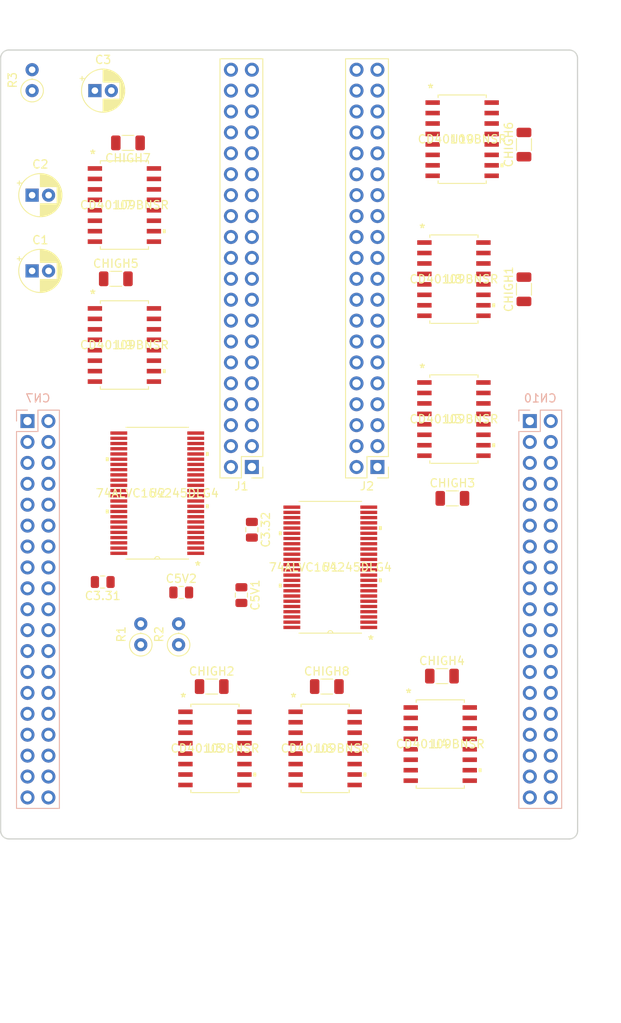
<source format=kicad_pcb>
(kicad_pcb (version 20171130) (host pcbnew 5.99.0+really5.1.10+dfsg1-1)
  (layers (0 F.Cu signal) (1 In1.Cu signal) (2 In2.Cu signal) (31 B.Cu signal) (35 F.Paste user) (37 F.SilkS user) (39 F.Mask user) (44 Edge.Cuts user))
  (net 0 "")
  (net 1 /PC0)
  (net 2 /PC3)
  (net 3 /PC1)
  (net 4 /PC2)
  (net 5 /PA4)
  (net 6 /PA1)
  (net 7 /PA0)
  (net 8 /NC)
  (net 9 /PA15)
  (net 10 /PA14)
  (net 11 /PA13)
  (net 12 /PC10)
  (net 13 /PA3)
  (net 14 /PA2)
  (net 15 /PC4)
  (net 16 /PA10)
  (net 17 /PB5)
  (net 18 /PB10)
  (net 19 /PA8)
  (net 20 /PA9)
  (net 21 /PC7)
  (net 22 /PB6)
  (net 23 /PA7)
  (net 24 /PA11)
  (net 25 /PA6)
  (net 26 /PA12)
  (net 27 /PA5)
  (net 28 /PC5)
  (net 29 /PB9)
  (net 30 /PC6)
  (net 31 /PB8)
  (net 32 /PC8)
  (net 33 /PC9)
  (net 34 GND)
  (net 35 +3V3)
  (net 36 /PA7_5V)
  (net 37 /PA6_5V)
  (net 38 /PB9_5V)
  (net 39 /PB8_5V)
  (net 40 /PC7_5V)
  (net 41 /PA0_5V)
  (net 42 /PB5_5V)
  (net 43 /PB10_5V)
  (net 44 /PULLUP)
  (net 45 /PULLDOWN)
  (net 46 /PA8_5V)
  (net 47 /PA5_5V)
  (net 48 /PA4_5V)
  (net 49 /PA3_5V)
  (net 50 /PA2_5V)
  (net 51 /PA1_5V)
  (net 52 /PB6_5V)
  (net 53 /PA10_5V)
  (net 54 +5V)
  (net 55 +15V)
  (net 56 /PC10_5V)
  (net 57 /PC9_5V)
  (net 58 /PC8_5V)
  (net 59 /PC6_5V)
  (net 60 /PC5_5V)
  (net 61 /PC4_5V)
  (net 62 /PC3_5V)
  (net 63 /PC2_5V)
  (net 64 /PC1_5V)
  (net 65 /PC0_5V)
  (net 66 /PA15_5V)
  (net 67 /PA14_5V)
  (net 68 /PA13_5V)
  (net 69 /PA12_5V)
  (net 70 /PA11_5V)
  (net 71 /PA9_5V)
  (net 72 /PC10_HIGH)
  (net 73 /PC9_HIGH)
  (net 74 /PC8_HIGH)
  (net 75 /PC6_HIGH)
  (net 76 /PC5_HIGH)
  (net 77 /PC4_HIGH)
  (net 78 /PC3_HIGH)
  (net 79 /PC2_HIGH)
  (net 80 /PC1_HIGH)
  (net 81 /PC0_HIGH)
  (net 82 /PA15_HIGH)
  (net 83 /PA14_HIGH)
  (net 84 /PA13_HIGH)
  (net 85 /PA12_HIGH)
  (net 86 /PA11_HIGH)
  (net 87 /PA9_HIGH)
  (net 88 /PA8_HIGH)
  (net 89 /PA5_HIGH)
  (net 90 /PA4_HIGH)
  (net 91 /PA3_HIGH)
  (net 92 /PA2_HIGH)
  (net 93 /PA1_HIGH)
  (net 94 /PA7_HIGH)
  (net 95 /PA6_HIGH)
  (net 96 /PB9_HIGH)
  (net 97 /PB8_HIGH)
  (net 98 /PC7_HIGH)
  (net 99 /PA0_HIGH)
  (net 100 /PB6_HIGH)
  (net 101 /PB5_HIGH)
  (net 102 /PB10_HIGH)
  (net 103 /PA10_HIGH)
  (net 104 /PULLUP_HIGH)
  (module CD40109BNSR:CD40109BNSR (layer F.Cu) (at 186 37)
    (fp_text reference U10 (at 0 0) (layer F.SilkS))
    (fp_text value CD40109BNSR (at 0 0) (layer F.SilkS))
    (fp_text user * (at -3.8354 -6.146) (layer F.SilkS))
    (fp_text user * (at -3.8354 -6.146) (layer F.SilkS))
    (pad 16 smd rect (at 3.5814 -4.445) (size 1.741399 0.558) (layers F.Cu F.Paste F.Mask) (net 55 +15V))
    (pad 15 smd rect (at 3.5814 -3.175) (size 1.741399 0.558) (layers F.Cu F.Paste F.Mask) (net 104 /PULLUP_HIGH))
    (pad 14 smd rect (at 3.5814 -1.905) (size 1.741399 0.558) (layers F.Cu F.Paste F.Mask) (net 12 /PC10))
    (pad 13 smd rect (at 3.5814 -0.635) (size 1.741399 0.558) (layers F.Cu F.Paste F.Mask) (net 72 /PC10_HIGH))
    (pad 12 smd rect (at 3.5814 0.635) (size 1.741399 0.558) (layers F.Cu F.Paste F.Mask))
    (pad 11 smd rect (at 3.5814 1.905) (size 1.741399 0.558) (layers F.Cu F.Paste F.Mask) (net 73 /PC9_HIGH))
    (pad 10 smd rect (at 3.5814 3.175) (size 1.741399 0.558) (layers F.Cu F.Paste F.Mask) (net 33 /PC9))
    (pad 9 smd rect (at 3.5814 4.445) (size 1.741399 0.558) (layers F.Cu F.Paste F.Mask) (net 104 /PULLUP_HIGH))
    (pad 8 smd rect (at -3.5814 4.445) (size 1.741399 0.558) (layers F.Cu F.Paste F.Mask) (net 34 GND))
    (pad 7 smd rect (at -3.5814 3.175) (size 1.741399 0.558) (layers F.Cu F.Paste F.Mask) (net 104 /PULLUP_HIGH))
    (pad 6 smd rect (at -3.5814 1.905) (size 1.741399 0.558) (layers F.Cu F.Paste F.Mask) (net 32 /PC8))
    (pad 5 smd rect (at -3.5814 0.635) (size 1.741399 0.558) (layers F.Cu F.Paste F.Mask) (net 74 /PC8_HIGH))
    (pad 4 smd rect (at -3.5814 -0.635) (size 1.741399 0.558) (layers F.Cu F.Paste F.Mask) (net 75 /PC6_HIGH))
    (pad 3 smd rect (at -3.5814 -1.905) (size 1.741399 0.558) (layers F.Cu F.Paste F.Mask) (net 30 /PC6))
    (pad 2 smd rect (at -3.5814 -3.175) (size 1.741399 0.558) (layers F.Cu F.Paste F.Mask) (net 104 /PULLUP_HIGH))
    (pad 1 smd rect (at -3.5814 -4.445) (size 1.741399 0.558) (layers F.Cu F.Paste F.Mask) (net 35 +3V3))
  )
  (module CD40109BNSR:CD40109BNSR (layer F.Cu) (at 145.0114 62)
    (fp_text reference U9 (at 0 0) (layer F.SilkS))
    (fp_text value CD40109BNSR (at 0 0) (layer F.SilkS))
    (fp_text user * (at -3.8354 -6.146) (layer F.SilkS))
    (fp_text user * (at -3.8354 -6.146) (layer F.SilkS))
    (pad 16 smd rect (at 3.5814 -4.445) (size 1.741399 0.558) (layers F.Cu F.Paste F.Mask) (net 55 +15V))
    (pad 15 smd rect (at 3.5814 -3.175) (size 1.741399 0.558) (layers F.Cu F.Paste F.Mask) (net 104 /PULLUP_HIGH))
    (pad 14 smd rect (at 3.5814 -1.905) (size 1.741399 0.558) (layers F.Cu F.Paste F.Mask) (net 28 /PC5))
    (pad 13 smd rect (at 3.5814 -0.635) (size 1.741399 0.558) (layers F.Cu F.Paste F.Mask) (net 76 /PC5_HIGH))
    (pad 12 smd rect (at 3.5814 0.635) (size 1.741399 0.558) (layers F.Cu F.Paste F.Mask))
    (pad 11 smd rect (at 3.5814 1.905) (size 1.741399 0.558) (layers F.Cu F.Paste F.Mask) (net 77 /PC4_HIGH))
    (pad 10 smd rect (at 3.5814 3.175) (size 1.741399 0.558) (layers F.Cu F.Paste F.Mask) (net 15 /PC4))
    (pad 9 smd rect (at 3.5814 4.445) (size 1.741399 0.558) (layers F.Cu F.Paste F.Mask) (net 104 /PULLUP_HIGH))
    (pad 8 smd rect (at -3.5814 4.445) (size 1.741399 0.558) (layers F.Cu F.Paste F.Mask) (net 34 GND))
    (pad 7 smd rect (at -3.5814 3.175) (size 1.741399 0.558) (layers F.Cu F.Paste F.Mask) (net 104 /PULLUP_HIGH))
    (pad 6 smd rect (at -3.5814 1.905) (size 1.741399 0.558) (layers F.Cu F.Paste F.Mask) (net 2 /PC3))
    (pad 5 smd rect (at -3.5814 0.635) (size 1.741399 0.558) (layers F.Cu F.Paste F.Mask) (net 78 /PC3_HIGH))
    (pad 4 smd rect (at -3.5814 -0.635) (size 1.741399 0.558) (layers F.Cu F.Paste F.Mask) (net 79 /PC2_HIGH))
    (pad 3 smd rect (at -3.5814 -1.905) (size 1.741399 0.558) (layers F.Cu F.Paste F.Mask) (net 4 /PC2))
    (pad 2 smd rect (at -3.5814 -3.175) (size 1.741399 0.558) (layers F.Cu F.Paste F.Mask) (net 104 /PULLUP_HIGH))
    (pad 1 smd rect (at -3.5814 -4.445) (size 1.741399 0.558) (layers F.Cu F.Paste F.Mask) (net 35 +3V3))
  )
  (module CD40109BNSR:CD40109BNSR (layer F.Cu) (at 185 54)
    (fp_text reference U8 (at 0 0) (layer F.SilkS))
    (fp_text value CD40109BNSR (at 0 0) (layer F.SilkS))
    (fp_text user * (at -3.8354 -6.146) (layer F.SilkS))
    (fp_text user * (at -3.8354 -6.146) (layer F.SilkS))
    (pad 16 smd rect (at 3.5814 -4.445) (size 1.741399 0.558) (layers F.Cu F.Paste F.Mask) (net 55 +15V))
    (pad 15 smd rect (at 3.5814 -3.175) (size 1.741399 0.558) (layers F.Cu F.Paste F.Mask) (net 104 /PULLUP_HIGH))
    (pad 14 smd rect (at 3.5814 -1.905) (size 1.741399 0.558) (layers F.Cu F.Paste F.Mask) (net 3 /PC1))
    (pad 13 smd rect (at 3.5814 -0.635) (size 1.741399 0.558) (layers F.Cu F.Paste F.Mask) (net 80 /PC1_HIGH))
    (pad 12 smd rect (at 3.5814 0.635) (size 1.741399 0.558) (layers F.Cu F.Paste F.Mask))
    (pad 11 smd rect (at 3.5814 1.905) (size 1.741399 0.558) (layers F.Cu F.Paste F.Mask) (net 81 /PC0_HIGH))
    (pad 10 smd rect (at 3.5814 3.175) (size 1.741399 0.558) (layers F.Cu F.Paste F.Mask) (net 1 /PC0))
    (pad 9 smd rect (at 3.5814 4.445) (size 1.741399 0.558) (layers F.Cu F.Paste F.Mask) (net 104 /PULLUP_HIGH))
    (pad 8 smd rect (at -3.5814 4.445) (size 1.741399 0.558) (layers F.Cu F.Paste F.Mask) (net 34 GND))
    (pad 7 smd rect (at -3.5814 3.175) (size 1.741399 0.558) (layers F.Cu F.Paste F.Mask) (net 104 /PULLUP_HIGH))
    (pad 6 smd rect (at -3.5814 1.905) (size 1.741399 0.558) (layers F.Cu F.Paste F.Mask) (net 9 /PA15))
    (pad 5 smd rect (at -3.5814 0.635) (size 1.741399 0.558) (layers F.Cu F.Paste F.Mask) (net 82 /PA15_HIGH))
    (pad 4 smd rect (at -3.5814 -0.635) (size 1.741399 0.558) (layers F.Cu F.Paste F.Mask) (net 83 /PA14_HIGH))
    (pad 3 smd rect (at -3.5814 -1.905) (size 1.741399 0.558) (layers F.Cu F.Paste F.Mask) (net 10 /PA14))
    (pad 2 smd rect (at -3.5814 -3.175) (size 1.741399 0.558) (layers F.Cu F.Paste F.Mask) (net 104 /PULLUP_HIGH))
    (pad 1 smd rect (at -3.5814 -4.445) (size 1.741399 0.558) (layers F.Cu F.Paste F.Mask) (net 35 +3V3))
  )
  (module CD40109BNSR:CD40109BNSR (layer F.Cu) (at 145.0114 45)
    (fp_text reference U7 (at 0 0) (layer F.SilkS))
    (fp_text value CD40109BNSR (at 0 0) (layer F.SilkS))
    (fp_text user * (at -3.8354 -6.146) (layer F.SilkS))
    (fp_text user * (at -3.8354 -6.146) (layer F.SilkS))
    (pad 16 smd rect (at 3.5814 -4.445) (size 1.741399 0.558) (layers F.Cu F.Paste F.Mask) (net 55 +15V))
    (pad 15 smd rect (at 3.5814 -3.175) (size 1.741399 0.558) (layers F.Cu F.Paste F.Mask) (net 104 /PULLUP_HIGH))
    (pad 14 smd rect (at 3.5814 -1.905) (size 1.741399 0.558) (layers F.Cu F.Paste F.Mask) (net 11 /PA13))
    (pad 13 smd rect (at 3.5814 -0.635) (size 1.741399 0.558) (layers F.Cu F.Paste F.Mask) (net 84 /PA13_HIGH))
    (pad 12 smd rect (at 3.5814 0.635) (size 1.741399 0.558) (layers F.Cu F.Paste F.Mask))
    (pad 11 smd rect (at 3.5814 1.905) (size 1.741399 0.558) (layers F.Cu F.Paste F.Mask) (net 85 /PA12_HIGH))
    (pad 10 smd rect (at 3.5814 3.175) (size 1.741399 0.558) (layers F.Cu F.Paste F.Mask) (net 26 /PA12))
    (pad 9 smd rect (at 3.5814 4.445) (size 1.741399 0.558) (layers F.Cu F.Paste F.Mask) (net 104 /PULLUP_HIGH))
    (pad 8 smd rect (at -3.5814 4.445) (size 1.741399 0.558) (layers F.Cu F.Paste F.Mask) (net 34 GND))
    (pad 7 smd rect (at -3.5814 3.175) (size 1.741399 0.558) (layers F.Cu F.Paste F.Mask) (net 104 /PULLUP_HIGH))
    (pad 6 smd rect (at -3.5814 1.905) (size 1.741399 0.558) (layers F.Cu F.Paste F.Mask) (net 24 /PA11))
    (pad 5 smd rect (at -3.5814 0.635) (size 1.741399 0.558) (layers F.Cu F.Paste F.Mask) (net 86 /PA11_HIGH))
    (pad 4 smd rect (at -3.5814 -0.635) (size 1.741399 0.558) (layers F.Cu F.Paste F.Mask) (net 87 /PA9_HIGH))
    (pad 3 smd rect (at -3.5814 -1.905) (size 1.741399 0.558) (layers F.Cu F.Paste F.Mask) (net 20 /PA9))
    (pad 2 smd rect (at -3.5814 -3.175) (size 1.741399 0.558) (layers F.Cu F.Paste F.Mask) (net 104 /PULLUP_HIGH))
    (pad 1 smd rect (at -3.5814 -4.445) (size 1.741399 0.558) (layers F.Cu F.Paste F.Mask) (net 35 +3V3))
  )
  (module CD40109BNSR:CD40109BNSR (layer F.Cu) (at 169.37 111)
    (fp_text reference U6 (at 0 0) (layer F.SilkS))
    (fp_text value CD40109BNSR (at 0 0) (layer F.SilkS))
    (fp_text user * (at -3.8354 -6.146) (layer F.SilkS))
    (fp_text user * (at -3.8354 -6.146) (layer F.SilkS))
    (pad 16 smd rect (at 3.5814 -4.445) (size 1.741399 0.558) (layers F.Cu F.Paste F.Mask) (net 55 +15V))
    (pad 15 smd rect (at 3.5814 -3.175) (size 1.741399 0.558) (layers F.Cu F.Paste F.Mask) (net 104 /PULLUP_HIGH))
    (pad 14 smd rect (at 3.5814 -1.905) (size 1.741399 0.558) (layers F.Cu F.Paste F.Mask) (net 19 /PA8))
    (pad 13 smd rect (at 3.5814 -0.635) (size 1.741399 0.558) (layers F.Cu F.Paste F.Mask) (net 88 /PA8_HIGH))
    (pad 12 smd rect (at 3.5814 0.635) (size 1.741399 0.558) (layers F.Cu F.Paste F.Mask))
    (pad 11 smd rect (at 3.5814 1.905) (size 1.741399 0.558) (layers F.Cu F.Paste F.Mask) (net 89 /PA5_HIGH))
    (pad 10 smd rect (at 3.5814 3.175) (size 1.741399 0.558) (layers F.Cu F.Paste F.Mask) (net 27 /PA5))
    (pad 9 smd rect (at 3.5814 4.445) (size 1.741399 0.558) (layers F.Cu F.Paste F.Mask) (net 104 /PULLUP_HIGH))
    (pad 8 smd rect (at -3.5814 4.445) (size 1.741399 0.558) (layers F.Cu F.Paste F.Mask) (net 34 GND))
    (pad 7 smd rect (at -3.5814 3.175) (size 1.741399 0.558) (layers F.Cu F.Paste F.Mask) (net 104 /PULLUP_HIGH))
    (pad 6 smd rect (at -3.5814 1.905) (size 1.741399 0.558) (layers F.Cu F.Paste F.Mask) (net 5 /PA4))
    (pad 5 smd rect (at -3.5814 0.635) (size 1.741399 0.558) (layers F.Cu F.Paste F.Mask) (net 90 /PA4_HIGH))
    (pad 4 smd rect (at -3.5814 -0.635) (size 1.741399 0.558) (layers F.Cu F.Paste F.Mask) (net 91 /PA3_HIGH))
    (pad 3 smd rect (at -3.5814 -1.905) (size 1.741399 0.558) (layers F.Cu F.Paste F.Mask) (net 13 /PA3))
    (pad 2 smd rect (at -3.5814 -3.175) (size 1.741399 0.558) (layers F.Cu F.Paste F.Mask) (net 104 /PULLUP_HIGH))
    (pad 1 smd rect (at -3.5814 -4.445) (size 1.741399 0.558) (layers F.Cu F.Paste F.Mask) (net 35 +3V3))
  )
  (module CD40109BNSR:CD40109BNSR (layer F.Cu) (at 156 111)
    (fp_text reference U5 (at 0 0) (layer F.SilkS))
    (fp_text value CD40109BNSR (at 0 0) (layer F.SilkS))
    (fp_text user * (at -3.8354 -6.146) (layer F.SilkS))
    (fp_text user * (at -3.8354 -6.146) (layer F.SilkS))
    (pad 16 smd rect (at 3.5814 -4.445) (size 1.741399 0.558) (layers F.Cu F.Paste F.Mask) (net 55 +15V))
    (pad 15 smd rect (at 3.5814 -3.175) (size 1.741399 0.558) (layers F.Cu F.Paste F.Mask) (net 104 /PULLUP_HIGH))
    (pad 14 smd rect (at 3.5814 -1.905) (size 1.741399 0.558) (layers F.Cu F.Paste F.Mask) (net 14 /PA2))
    (pad 13 smd rect (at 3.5814 -0.635) (size 1.741399 0.558) (layers F.Cu F.Paste F.Mask) (net 92 /PA2_HIGH))
    (pad 12 smd rect (at 3.5814 0.635) (size 1.741399 0.558) (layers F.Cu F.Paste F.Mask))
    (pad 11 smd rect (at 3.5814 1.905) (size 1.741399 0.558) (layers F.Cu F.Paste F.Mask) (net 93 /PA1_HIGH))
    (pad 10 smd rect (at 3.5814 3.175) (size 1.741399 0.558) (layers F.Cu F.Paste F.Mask) (net 6 /PA1))
    (pad 9 smd rect (at 3.5814 4.445) (size 1.741399 0.558) (layers F.Cu F.Paste F.Mask) (net 104 /PULLUP_HIGH))
    (pad 8 smd rect (at -3.5814 4.445) (size 1.741399 0.558) (layers F.Cu F.Paste F.Mask) (net 34 GND))
    (pad 7 smd rect (at -3.5814 3.175) (size 1.741399 0.558) (layers F.Cu F.Paste F.Mask) (net 104 /PULLUP_HIGH))
    (pad 6 smd rect (at -3.5814 1.905) (size 1.741399 0.558) (layers F.Cu F.Paste F.Mask) (net 23 /PA7))
    (pad 5 smd rect (at -3.5814 0.635) (size 1.741399 0.558) (layers F.Cu F.Paste F.Mask) (net 94 /PA7_HIGH))
    (pad 4 smd rect (at -3.5814 -0.635) (size 1.741399 0.558) (layers F.Cu F.Paste F.Mask) (net 95 /PA6_HIGH))
    (pad 3 smd rect (at -3.5814 -1.905) (size 1.741399 0.558) (layers F.Cu F.Paste F.Mask) (net 25 /PA6))
    (pad 2 smd rect (at -3.5814 -3.175) (size 1.741399 0.558) (layers F.Cu F.Paste F.Mask) (net 104 /PULLUP_HIGH))
    (pad 1 smd rect (at -3.5814 -4.445) (size 1.741399 0.558) (layers F.Cu F.Paste F.Mask) (net 35 +3V3))
  )
  (module CD40109BNSR:CD40109BNSR (layer F.Cu) (at 183.34 110.475)
    (fp_text reference U4 (at 0 0) (layer F.SilkS))
    (fp_text value CD40109BNSR (at 0 0) (layer F.SilkS))
    (fp_text user * (at -3.8354 -6.146) (layer F.SilkS))
    (fp_text user * (at -3.8354 -6.146) (layer F.SilkS))
    (pad 16 smd rect (at 3.5814 -4.445) (size 1.741399 0.558) (layers F.Cu F.Paste F.Mask) (net 55 +15V))
    (pad 15 smd rect (at 3.5814 -3.175) (size 1.741399 0.558) (layers F.Cu F.Paste F.Mask) (net 104 /PULLUP_HIGH))
    (pad 14 smd rect (at 3.5814 -1.905) (size 1.741399 0.558) (layers F.Cu F.Paste F.Mask) (net 29 /PB9))
    (pad 13 smd rect (at 3.5814 -0.635) (size 1.741399 0.558) (layers F.Cu F.Paste F.Mask) (net 96 /PB9_HIGH))
    (pad 12 smd rect (at 3.5814 0.635) (size 1.741399 0.558) (layers F.Cu F.Paste F.Mask))
    (pad 11 smd rect (at 3.5814 1.905) (size 1.741399 0.558) (layers F.Cu F.Paste F.Mask) (net 97 /PB8_HIGH))
    (pad 10 smd rect (at 3.5814 3.175) (size 1.741399 0.558) (layers F.Cu F.Paste F.Mask) (net 31 /PB8))
    (pad 9 smd rect (at 3.5814 4.445) (size 1.741399 0.558) (layers F.Cu F.Paste F.Mask) (net 104 /PULLUP_HIGH))
    (pad 8 smd rect (at -3.5814 4.445) (size 1.741399 0.558) (layers F.Cu F.Paste F.Mask) (net 34 GND))
    (pad 7 smd rect (at -3.5814 3.175) (size 1.741399 0.558) (layers F.Cu F.Paste F.Mask) (net 104 /PULLUP_HIGH))
    (pad 6 smd rect (at -3.5814 1.905) (size 1.741399 0.558) (layers F.Cu F.Paste F.Mask) (net 21 /PC7))
    (pad 5 smd rect (at -3.5814 0.635) (size 1.741399 0.558) (layers F.Cu F.Paste F.Mask) (net 98 /PC7_HIGH))
    (pad 4 smd rect (at -3.5814 -0.635) (size 1.741399 0.558) (layers F.Cu F.Paste F.Mask) (net 99 /PA0_HIGH))
    (pad 3 smd rect (at -3.5814 -1.905) (size 1.741399 0.558) (layers F.Cu F.Paste F.Mask) (net 7 /PA0))
    (pad 2 smd rect (at -3.5814 -3.175) (size 1.741399 0.558) (layers F.Cu F.Paste F.Mask) (net 104 /PULLUP_HIGH))
    (pad 1 smd rect (at -3.5814 -4.445) (size 1.741399 0.558) (layers F.Cu F.Paste F.Mask) (net 35 +3V3))
  )
  (module CD40109BNSR:CD40109BNSR (layer F.Cu) (at 185 71)
    (fp_text reference U3 (at 0 0) (layer F.SilkS))
    (fp_text value CD40109BNSR (at 0 0) (layer F.SilkS))
    (fp_text user * (at -3.8354 -6.146) (layer F.SilkS))
    (fp_text user * (at -3.8354 -6.146) (layer F.SilkS))
    (pad 16 smd rect (at 3.5814 -4.445) (size 1.741399 0.558) (layers F.Cu F.Paste F.Mask) (net 55 +15V))
    (pad 15 smd rect (at 3.5814 -3.175) (size 1.741399 0.558) (layers F.Cu F.Paste F.Mask) (net 104 /PULLUP_HIGH))
    (pad 14 smd rect (at 3.5814 -1.905) (size 1.741399 0.558) (layers F.Cu F.Paste F.Mask) (net 22 /PB6))
    (pad 13 smd rect (at 3.5814 -0.635) (size 1.741399 0.558) (layers F.Cu F.Paste F.Mask) (net 100 /PB6_HIGH))
    (pad 12 smd rect (at 3.5814 0.635) (size 1.741399 0.558) (layers F.Cu F.Paste F.Mask))
    (pad 11 smd rect (at 3.5814 1.905) (size 1.741399 0.558) (layers F.Cu F.Paste F.Mask) (net 101 /PB5_HIGH))
    (pad 10 smd rect (at 3.5814 3.175) (size 1.741399 0.558) (layers F.Cu F.Paste F.Mask) (net 17 /PB5))
    (pad 9 smd rect (at 3.5814 4.445) (size 1.741399 0.558) (layers F.Cu F.Paste F.Mask) (net 104 /PULLUP_HIGH))
    (pad 8 smd rect (at -3.5814 4.445) (size 1.741399 0.558) (layers F.Cu F.Paste F.Mask) (net 34 GND))
    (pad 7 smd rect (at -3.5814 3.175) (size 1.741399 0.558) (layers F.Cu F.Paste F.Mask) (net 104 /PULLUP_HIGH))
    (pad 6 smd rect (at -3.5814 1.905) (size 1.741399 0.558) (layers F.Cu F.Paste F.Mask) (net 18 /PB10))
    (pad 5 smd rect (at -3.5814 0.635) (size 1.741399 0.558) (layers F.Cu F.Paste F.Mask) (net 102 /PB10_HIGH))
    (pad 4 smd rect (at -3.5814 -0.635) (size 1.741399 0.558) (layers F.Cu F.Paste F.Mask) (net 103 /PA10_HIGH))
    (pad 3 smd rect (at -3.5814 -1.905) (size 1.741399 0.558) (layers F.Cu F.Paste F.Mask) (net 16 /PA10))
    (pad 2 smd rect (at -3.5814 -3.175) (size 1.741399 0.558) (layers F.Cu F.Paste F.Mask) (net 104 /PULLUP_HIGH))
    (pad 1 smd rect (at -3.5814 -4.445) (size 1.741399 0.558) (layers F.Cu F.Paste F.Mask) (net 35 +3V3))
  )
  (module Resistor_THT:R_Axial_DIN0207_L6.3mm_D2.5mm_P2.54mm_Vertical (layer F.Cu) (at 133.81 31.1 90)
    (fp_text reference R3 (at 1.27 -2.37 90) (layer F.SilkS))
    (fp_text value 1K)
    (pad 2 thru_hole oval (at 2.54 0 90) (size 1.6 1.6) (drill 0.8) (layers *.Cu *.Mask) (net 104 /PULLUP_HIGH))
    (pad 1 thru_hole circle (at 0 0 90) (size 1.6 1.6) (drill 0.8) (layers *.Cu *.Mask) (net 35 +3V3))
  )
  (module Connector_PinHeader_2.54mm:PinHeader_2x20_P2.54mm_Vertical (layer F.Cu) (at 175.72 76.82 180)
    (fp_text reference J2 (at 1.27 -2.33) (layer F.SilkS))
    (fp_text value Conn_02x20_Odd_Even)
    (pad 40 thru_hole oval (at 2.54 48.26 180) (size 1.7 1.7) (drill 1) (layers *.Cu *.Mask) (net 34 GND))
    (pad 39 thru_hole oval (at 0 48.26 180) (size 1.7 1.7) (drill 1) (layers *.Cu *.Mask) (net 34 GND))
    (pad 38 thru_hole oval (at 2.54 45.72 180) (size 1.7 1.7) (drill 1) (layers *.Cu *.Mask) (net 72 /PC10_HIGH))
    (pad 37 thru_hole oval (at 0 45.72 180) (size 1.7 1.7) (drill 1) (layers *.Cu *.Mask) (net 73 /PC9_HIGH))
    (pad 36 thru_hole oval (at 2.54 43.18 180) (size 1.7 1.7) (drill 1) (layers *.Cu *.Mask) (net 74 /PC8_HIGH))
    (pad 35 thru_hole oval (at 0 43.18 180) (size 1.7 1.7) (drill 1) (layers *.Cu *.Mask) (net 75 /PC6_HIGH))
    (pad 34 thru_hole oval (at 2.54 40.64 180) (size 1.7 1.7) (drill 1) (layers *.Cu *.Mask) (net 76 /PC5_HIGH))
    (pad 33 thru_hole oval (at 0 40.64 180) (size 1.7 1.7) (drill 1) (layers *.Cu *.Mask) (net 77 /PC4_HIGH))
    (pad 32 thru_hole oval (at 2.54 38.1 180) (size 1.7 1.7) (drill 1) (layers *.Cu *.Mask) (net 78 /PC3_HIGH))
    (pad 31 thru_hole oval (at 0 38.1 180) (size 1.7 1.7) (drill 1) (layers *.Cu *.Mask) (net 79 /PC2_HIGH))
    (pad 30 thru_hole oval (at 2.54 35.56 180) (size 1.7 1.7) (drill 1) (layers *.Cu *.Mask) (net 80 /PC1_HIGH))
    (pad 29 thru_hole oval (at 0 35.56 180) (size 1.7 1.7) (drill 1) (layers *.Cu *.Mask) (net 81 /PC0_HIGH))
    (pad 28 thru_hole oval (at 2.54 33.02 180) (size 1.7 1.7) (drill 1) (layers *.Cu *.Mask) (net 82 /PA15_HIGH))
    (pad 27 thru_hole oval (at 0 33.02 180) (size 1.7 1.7) (drill 1) (layers *.Cu *.Mask) (net 83 /PA14_HIGH))
    (pad 26 thru_hole oval (at 2.54 30.48 180) (size 1.7 1.7) (drill 1) (layers *.Cu *.Mask) (net 84 /PA13_HIGH))
    (pad 25 thru_hole oval (at 0 30.48 180) (size 1.7 1.7) (drill 1) (layers *.Cu *.Mask) (net 85 /PA12_HIGH))
    (pad 24 thru_hole oval (at 2.54 27.94 180) (size 1.7 1.7) (drill 1) (layers *.Cu *.Mask) (net 86 /PA11_HIGH))
    (pad 23 thru_hole oval (at 0 27.94 180) (size 1.7 1.7) (drill 1) (layers *.Cu *.Mask) (net 87 /PA9_HIGH))
    (pad 22 thru_hole oval (at 2.54 25.4 180) (size 1.7 1.7) (drill 1) (layers *.Cu *.Mask) (net 34 GND))
    (pad 21 thru_hole oval (at 0 25.4 180) (size 1.7 1.7) (drill 1) (layers *.Cu *.Mask) (net 34 GND))
    (pad 20 thru_hole oval (at 2.54 22.86 180) (size 1.7 1.7) (drill 1) (layers *.Cu *.Mask) (net 55 +15V))
    (pad 19 thru_hole oval (at 0 22.86 180) (size 1.7 1.7) (drill 1) (layers *.Cu *.Mask) (net 55 +15V))
    (pad 18 thru_hole oval (at 2.54 20.32 180) (size 1.7 1.7) (drill 1) (layers *.Cu *.Mask) (net 88 /PA8_HIGH))
    (pad 17 thru_hole oval (at 0 20.32 180) (size 1.7 1.7) (drill 1) (layers *.Cu *.Mask) (net 89 /PA5_HIGH))
    (pad 16 thru_hole oval (at 2.54 17.78 180) (size 1.7 1.7) (drill 1) (layers *.Cu *.Mask) (net 90 /PA4_HIGH))
    (pad 15 thru_hole oval (at 0 17.78 180) (size 1.7 1.7) (drill 1) (layers *.Cu *.Mask) (net 91 /PA3_HIGH))
    (pad 14 thru_hole oval (at 2.54 15.24 180) (size 1.7 1.7) (drill 1) (layers *.Cu *.Mask) (net 92 /PA2_HIGH))
    (pad 13 thru_hole oval (at 0 15.24 180) (size 1.7 1.7) (drill 1) (layers *.Cu *.Mask) (net 93 /PA1_HIGH))
    (pad 12 thru_hole oval (at 2.54 12.7 180) (size 1.7 1.7) (drill 1) (layers *.Cu *.Mask) (net 94 /PA7_HIGH))
    (pad 11 thru_hole oval (at 0 12.7 180) (size 1.7 1.7) (drill 1) (layers *.Cu *.Mask) (net 95 /PA6_HIGH))
    (pad 10 thru_hole oval (at 2.54 10.16 180) (size 1.7 1.7) (drill 1) (layers *.Cu *.Mask) (net 96 /PB9_HIGH))
    (pad 9 thru_hole oval (at 0 10.16 180) (size 1.7 1.7) (drill 1) (layers *.Cu *.Mask) (net 97 /PB8_HIGH))
    (pad 8 thru_hole oval (at 2.54 7.62 180) (size 1.7 1.7) (drill 1) (layers *.Cu *.Mask) (net 98 /PC7_HIGH))
    (pad 7 thru_hole oval (at 0 7.62 180) (size 1.7 1.7) (drill 1) (layers *.Cu *.Mask) (net 99 /PA0_HIGH))
    (pad 6 thru_hole oval (at 2.54 5.08 180) (size 1.7 1.7) (drill 1) (layers *.Cu *.Mask) (net 100 /PB6_HIGH))
    (pad 5 thru_hole oval (at 0 5.08 180) (size 1.7 1.7) (drill 1) (layers *.Cu *.Mask) (net 101 /PB5_HIGH))
    (pad 4 thru_hole oval (at 2.54 2.54 180) (size 1.7 1.7) (drill 1) (layers *.Cu *.Mask) (net 102 /PB10_HIGH))
    (pad 3 thru_hole oval (at 0 2.54 180) (size 1.7 1.7) (drill 1) (layers *.Cu *.Mask) (net 103 /PA10_HIGH))
    (pad 2 thru_hole oval (at 2.54 0 180) (size 1.7 1.7) (drill 1) (layers *.Cu *.Mask) (net 35 +3V3))
    (pad 1 thru_hole rect (at 0 0 180) (size 1.7 1.7) (drill 1) (layers *.Cu *.Mask) (net 54 +5V))
  )
  (module Connector_PinHeader_2.54mm:PinHeader_2x20_P2.54mm_Vertical (layer F.Cu) (at 160.48 76.82 180)
    (fp_text reference J1 (at 1.27 -2.33) (layer F.SilkS))
    (fp_text value Conn_02x20_Odd_Even)
    (pad 40 thru_hole oval (at 2.54 48.26 180) (size 1.7 1.7) (drill 1) (layers *.Cu *.Mask) (net 34 GND))
    (pad 39 thru_hole oval (at 0 48.26 180) (size 1.7 1.7) (drill 1) (layers *.Cu *.Mask) (net 34 GND))
    (pad 38 thru_hole oval (at 2.54 45.72 180) (size 1.7 1.7) (drill 1) (layers *.Cu *.Mask) (net 56 /PC10_5V))
    (pad 37 thru_hole oval (at 0 45.72 180) (size 1.7 1.7) (drill 1) (layers *.Cu *.Mask) (net 57 /PC9_5V))
    (pad 36 thru_hole oval (at 2.54 43.18 180) (size 1.7 1.7) (drill 1) (layers *.Cu *.Mask) (net 58 /PC8_5V))
    (pad 35 thru_hole oval (at 0 43.18 180) (size 1.7 1.7) (drill 1) (layers *.Cu *.Mask) (net 59 /PC6_5V))
    (pad 34 thru_hole oval (at 2.54 40.64 180) (size 1.7 1.7) (drill 1) (layers *.Cu *.Mask) (net 60 /PC5_5V))
    (pad 33 thru_hole oval (at 0 40.64 180) (size 1.7 1.7) (drill 1) (layers *.Cu *.Mask) (net 61 /PC4_5V))
    (pad 32 thru_hole oval (at 2.54 38.1 180) (size 1.7 1.7) (drill 1) (layers *.Cu *.Mask) (net 62 /PC3_5V))
    (pad 31 thru_hole oval (at 0 38.1 180) (size 1.7 1.7) (drill 1) (layers *.Cu *.Mask) (net 63 /PC2_5V))
    (pad 30 thru_hole oval (at 2.54 35.56 180) (size 1.7 1.7) (drill 1) (layers *.Cu *.Mask) (net 64 /PC1_5V))
    (pad 29 thru_hole oval (at 0 35.56 180) (size 1.7 1.7) (drill 1) (layers *.Cu *.Mask) (net 65 /PC0_5V))
    (pad 28 thru_hole oval (at 2.54 33.02 180) (size 1.7 1.7) (drill 1) (layers *.Cu *.Mask) (net 66 /PA15_5V))
    (pad 27 thru_hole oval (at 0 33.02 180) (size 1.7 1.7) (drill 1) (layers *.Cu *.Mask) (net 67 /PA14_5V))
    (pad 26 thru_hole oval (at 2.54 30.48 180) (size 1.7 1.7) (drill 1) (layers *.Cu *.Mask) (net 68 /PA13_5V))
    (pad 25 thru_hole oval (at 0 30.48 180) (size 1.7 1.7) (drill 1) (layers *.Cu *.Mask) (net 69 /PA12_5V))
    (pad 24 thru_hole oval (at 2.54 27.94 180) (size 1.7 1.7) (drill 1) (layers *.Cu *.Mask) (net 70 /PA11_5V))
    (pad 23 thru_hole oval (at 0 27.94 180) (size 1.7 1.7) (drill 1) (layers *.Cu *.Mask) (net 71 /PA9_5V))
    (pad 22 thru_hole oval (at 2.54 25.4 180) (size 1.7 1.7) (drill 1) (layers *.Cu *.Mask) (net 34 GND))
    (pad 21 thru_hole oval (at 0 25.4 180) (size 1.7 1.7) (drill 1) (layers *.Cu *.Mask) (net 34 GND))
    (pad 20 thru_hole oval (at 2.54 22.86 180) (size 1.7 1.7) (drill 1) (layers *.Cu *.Mask) (net 8 /NC))
    (pad 19 thru_hole oval (at 0 22.86 180) (size 1.7 1.7) (drill 1) (layers *.Cu *.Mask) (net 8 /NC))
    (pad 18 thru_hole oval (at 2.54 20.32 180) (size 1.7 1.7) (drill 1) (layers *.Cu *.Mask) (net 46 /PA8_5V))
    (pad 17 thru_hole oval (at 0 20.32 180) (size 1.7 1.7) (drill 1) (layers *.Cu *.Mask) (net 47 /PA5_5V))
    (pad 16 thru_hole oval (at 2.54 17.78 180) (size 1.7 1.7) (drill 1) (layers *.Cu *.Mask) (net 48 /PA4_5V))
    (pad 15 thru_hole oval (at 0 17.78 180) (size 1.7 1.7) (drill 1) (layers *.Cu *.Mask) (net 49 /PA3_5V))
    (pad 14 thru_hole oval (at 2.54 15.24 180) (size 1.7 1.7) (drill 1) (layers *.Cu *.Mask) (net 50 /PA2_5V))
    (pad 13 thru_hole oval (at 0 15.24 180) (size 1.7 1.7) (drill 1) (layers *.Cu *.Mask) (net 51 /PA1_5V))
    (pad 12 thru_hole oval (at 2.54 12.7 180) (size 1.7 1.7) (drill 1) (layers *.Cu *.Mask) (net 36 /PA7_5V))
    (pad 11 thru_hole oval (at 0 12.7 180) (size 1.7 1.7) (drill 1) (layers *.Cu *.Mask) (net 37 /PA6_5V))
    (pad 10 thru_hole oval (at 2.54 10.16 180) (size 1.7 1.7) (drill 1) (layers *.Cu *.Mask) (net 38 /PB9_5V))
    (pad 9 thru_hole oval (at 0 10.16 180) (size 1.7 1.7) (drill 1) (layers *.Cu *.Mask) (net 39 /PB8_5V))
    (pad 8 thru_hole oval (at 2.54 7.62 180) (size 1.7 1.7) (drill 1) (layers *.Cu *.Mask) (net 40 /PC7_5V))
    (pad 7 thru_hole oval (at 0 7.62 180) (size 1.7 1.7) (drill 1) (layers *.Cu *.Mask) (net 41 /PA0_5V))
    (pad 6 thru_hole oval (at 2.54 5.08 180) (size 1.7 1.7) (drill 1) (layers *.Cu *.Mask) (net 52 /PB6_5V))
    (pad 5 thru_hole oval (at 0 5.08 180) (size 1.7 1.7) (drill 1) (layers *.Cu *.Mask) (net 42 /PB5_5V))
    (pad 4 thru_hole oval (at 2.54 2.54 180) (size 1.7 1.7) (drill 1) (layers *.Cu *.Mask) (net 43 /PB10_5V))
    (pad 3 thru_hole oval (at 0 2.54 180) (size 1.7 1.7) (drill 1) (layers *.Cu *.Mask) (net 53 /PA10_5V))
    (pad 2 thru_hole oval (at 2.54 0 180) (size 1.7 1.7) (drill 1) (layers *.Cu *.Mask) (net 35 +3V3))
    (pad 1 thru_hole rect (at 0 0 180) (size 1.7 1.7) (drill 1) (layers *.Cu *.Mask) (net 54 +5V))
  )
  (module Capacitor_SMD:C_1206_3216Metric (layer F.Cu) (at 169.575 103.49)
    (fp_text reference CHIGH8 (at 0 -1.85) (layer F.SilkS))
    (fp_text value C)
    (pad 2 smd roundrect (at 1.475 0) (size 1.15 1.8) (layers F.Cu F.Paste F.Mask) (roundrect_rratio 0.217391) (net 34 GND))
    (pad 1 smd roundrect (at -1.475 0) (size 1.15 1.8) (layers F.Cu F.Paste F.Mask) (roundrect_rratio 0.217391) (net 55 +15V))
  )
  (module Capacitor_SMD:C_1206_3216Metric (layer F.Cu) (at 145.445 37.45 180)
    (fp_text reference CHIGH7 (at 0 -1.85) (layer F.SilkS))
    (fp_text value C)
    (pad 2 smd roundrect (at 1.475 0 180) (size 1.15 1.8) (layers F.Cu F.Paste F.Mask) (roundrect_rratio 0.217391) (net 34 GND))
    (pad 1 smd roundrect (at -1.475 0 180) (size 1.15 1.8) (layers F.Cu F.Paste F.Mask) (roundrect_rratio 0.217391) (net 55 +15V))
  )
  (module Capacitor_SMD:C_1206_3216Metric (layer F.Cu) (at 193.5 37.655 90)
    (fp_text reference CHIGH6 (at 0 -1.85 90) (layer F.SilkS))
    (fp_text value C)
    (pad 2 smd roundrect (at 1.475 0 90) (size 1.15 1.8) (layers F.Cu F.Paste F.Mask) (roundrect_rratio 0.217391) (net 34 GND))
    (pad 1 smd roundrect (at -1.475 0 90) (size 1.15 1.8) (layers F.Cu F.Paste F.Mask) (roundrect_rratio 0.217391) (net 55 +15V))
  )
  (module Capacitor_SMD:C_1206_3216Metric (layer F.Cu) (at 143.97 53.96)
    (fp_text reference CHIGH5 (at 0 -1.85) (layer F.SilkS))
    (fp_text value C)
    (pad 2 smd roundrect (at 1.475 0) (size 1.15 1.8) (layers F.Cu F.Paste F.Mask) (roundrect_rratio 0.217391) (net 34 GND))
    (pad 1 smd roundrect (at -1.475 0) (size 1.15 1.8) (layers F.Cu F.Paste F.Mask) (roundrect_rratio 0.217391) (net 55 +15V))
  )
  (module Capacitor_SMD:C_1206_3216Metric (layer F.Cu) (at 183.545 102.22)
    (fp_text reference CHIGH4 (at 0 -1.85) (layer F.SilkS))
    (fp_text value C)
    (pad 2 smd roundrect (at 1.475 0) (size 1.15 1.8) (layers F.Cu F.Paste F.Mask) (roundrect_rratio 0.217391) (net 34 GND))
    (pad 1 smd roundrect (at -1.475 0) (size 1.15 1.8) (layers F.Cu F.Paste F.Mask) (roundrect_rratio 0.217391) (net 55 +15V))
  )
  (module Capacitor_SMD:C_1206_3216Metric (layer F.Cu) (at 184.815 80.63)
    (fp_text reference CHIGH3 (at 0 -1.85) (layer F.SilkS))
    (fp_text value C)
    (pad 2 smd roundrect (at 1.475 0) (size 1.15 1.8) (layers F.Cu F.Paste F.Mask) (roundrect_rratio 0.217391) (net 34 GND))
    (pad 1 smd roundrect (at -1.475 0) (size 1.15 1.8) (layers F.Cu F.Paste F.Mask) (roundrect_rratio 0.217391) (net 55 +15V))
  )
  (module Capacitor_SMD:C_1206_3216Metric (layer F.Cu) (at 155.605 103.49)
    (fp_text reference CHIGH2 (at 0 -1.85) (layer F.SilkS))
    (fp_text value C)
    (pad 2 smd roundrect (at 1.475 0) (size 1.15 1.8) (layers F.Cu F.Paste F.Mask) (roundrect_rratio 0.217391) (net 34 GND))
    (pad 1 smd roundrect (at -1.475 0) (size 1.15 1.8) (layers F.Cu F.Paste F.Mask) (roundrect_rratio 0.217391) (net 55 +15V))
  )
  (module Capacitor_SMD:C_1206_3216Metric (layer F.Cu) (at 193.5 55.23 90)
    (fp_text reference CHIGH1 (at 0 -1.85 90) (layer F.SilkS))
    (fp_text value C)
    (pad 2 smd roundrect (at 1.475 0 90) (size 1.15 1.8) (layers F.Cu F.Paste F.Mask) (roundrect_rratio 0.217391) (net 34 GND))
    (pad 1 smd roundrect (at -1.475 0 90) (size 1.15 1.8) (layers F.Cu F.Paste F.Mask) (roundrect_rratio 0.217391) (net 55 +15V))
  )
  (module Capacitor_SMD:C_0805_2012Metric (layer F.Cu) (at 151.91 92.06)
    (fp_text reference C5V2 (at 0 -1.68) (layer F.SilkS))
    (fp_text value C)
    (pad 2 smd roundrect (at 0.95 0) (size 1 1.45) (layers F.Cu F.Paste F.Mask) (net 34 GND))
    (pad 1 smd roundrect (at -0.95 0) (size 1 1.45) (layers F.Cu F.Paste F.Mask) (net 54 +5V))
  )
  (module Capacitor_SMD:C_0805_2012Metric (layer F.Cu) (at 159.21 92.38 270)
    (fp_text reference C5V1 (at 0 -1.68 90) (layer F.SilkS))
    (fp_text value C)
    (pad 2 smd roundrect (at 0.95 0 270) (size 1 1.45) (layers F.Cu F.Paste F.Mask) (net 34 GND))
    (pad 1 smd roundrect (at -0.95 0 270) (size 1 1.45) (layers F.Cu F.Paste F.Mask) (net 54 +5V))
  )
  (module Capacitor_SMD:C_0805_2012Metric (layer F.Cu) (at 142.38 90.79 180)
    (fp_text reference C3.31 (at 0 -1.68) (layer F.SilkS))
    (fp_text value C)
    (pad 2 smd roundrect (at 0.95 0 180) (size 1 1.45) (layers F.Cu F.Paste F.Mask) (net 34 GND))
    (pad 1 smd roundrect (at -0.95 0 180) (size 1 1.45) (layers F.Cu F.Paste F.Mask) (net 35 +3V3))
  )
  (module Capacitor_SMD:C_0805_2012Metric (layer F.Cu) (at 160.48 84.44 270)
    (fp_text reference C3.32 (at 0 -1.68 90) (layer F.SilkS))
    (fp_text value C)
    (pad 2 smd roundrect (at 0.95 0 270) (size 1 1.45) (layers F.Cu F.Paste F.Mask) (net 34 GND))
    (pad 1 smd roundrect (at -0.95 0 270) (size 1 1.45) (layers F.Cu F.Paste F.Mask) (net 35 +3V3))
  )
  (module Capacitor_THT:CP_Radial_D5.0mm_P2.00mm (layer F.Cu) (at 141.43 31.1)
    (fp_text reference C3 (at 1 -3.75) (layer F.SilkS))
    (fp_text value CP)
    (pad 2 thru_hole circle (at 2 0) (size 1.6 1.6) (drill 0.8) (layers *.Cu *.Mask) (net 34 GND))
    (pad 1 thru_hole rect (at 0 0) (size 1.6 1.6) (drill 0.8) (layers *.Cu *.Mask) (net 55 +15V))
  )
  (module Capacitor_THT:CP_Radial_D5.0mm_P2.00mm (layer F.Cu) (at 133.81 43.8)
    (fp_text reference C2 (at 1 -3.75) (layer F.SilkS))
    (fp_text value CP)
    (pad 2 thru_hole circle (at 2 0) (size 1.6 1.6) (drill 0.8) (layers *.Cu *.Mask) (net 34 GND))
    (pad 1 thru_hole rect (at 0 0) (size 1.6 1.6) (drill 0.8) (layers *.Cu *.Mask) (net 35 +3V3))
  )
  (module Capacitor_THT:CP_Radial_D5.0mm_P2.00mm (layer F.Cu) (at 133.81 53)
    (fp_text reference C1 (at 1 -3.75) (layer F.SilkS))
    (fp_text value CP)
    (pad 2 thru_hole circle (at 2 0) (size 1.6 1.6) (drill 0.8) (layers *.Cu *.Mask) (net 34 GND))
    (pad 1 thru_hole rect (at 0 0) (size 1.6 1.6) (drill 0.8) (layers *.Cu *.Mask) (net 54 +5V))
  )
  (module footprints:74ALVC164245DLG4 (layer F.Cu) (at 149 80 180)
    (fp_text reference U2 (at 0 0) (layer F.SilkS))
    (fp_text value 74ALVC164245DLG4 (at 0 0) (layer F.SilkS))
    (fp_text user * (at -4.92125 -8.8519) (layer F.SilkS))
    (fp_text user * (at -4.92125 -8.8519) (layer F.SilkS))
    (pad 48 smd rect (at 4.66725 -7.3025 180) (size 2.0447 0.4064) (layers F.Cu F.Paste F.Mask) (net 45 /PULLDOWN))
    (pad 47 smd rect (at 4.66725 -6.6675 180) (size 2.0447 0.4064) (layers F.Cu F.Paste F.Mask) (net 20 /PA9))
    (pad 46 smd rect (at 4.66725 -6.0325 180) (size 2.0447 0.4064) (layers F.Cu F.Paste F.Mask) (net 24 /PA11))
    (pad 45 smd rect (at 4.66725 -5.3975 180) (size 2.0447 0.4064) (layers F.Cu F.Paste F.Mask) (net 34 GND))
    (pad 44 smd rect (at 4.66725 -4.7625 180) (size 2.0447 0.4064) (layers F.Cu F.Paste F.Mask) (net 26 /PA12))
    (pad 43 smd rect (at 4.66725 -4.1275 180) (size 2.0447 0.4064) (layers F.Cu F.Paste F.Mask) (net 11 /PA13))
    (pad 42 smd rect (at 4.66725 -3.4925 180) (size 2.0447 0.4064) (layers F.Cu F.Paste F.Mask) (net 35 +3V3))
    (pad 41 smd rect (at 4.66725 -2.8575 180) (size 2.0447 0.4064) (layers F.Cu F.Paste F.Mask) (net 10 /PA14))
    (pad 40 smd rect (at 4.66725 -2.2225 180) (size 2.0447 0.4064) (layers F.Cu F.Paste F.Mask) (net 9 /PA15))
    (pad 39 smd rect (at 4.66725 -1.5875 180) (size 2.0447 0.4064) (layers F.Cu F.Paste F.Mask) (net 34 GND))
    (pad 38 smd rect (at 4.66725 -0.9525 180) (size 2.0447 0.4064) (layers F.Cu F.Paste F.Mask) (net 1 /PC0))
    (pad 37 smd rect (at 4.66725 -0.3175 180) (size 2.0447 0.4064) (layers F.Cu F.Paste F.Mask) (net 3 /PC1))
    (pad 36 smd rect (at 4.66725 0.3175 180) (size 2.0447 0.4064) (layers F.Cu F.Paste F.Mask) (net 4 /PC2))
    (pad 35 smd rect (at 4.66725 0.9525 180) (size 2.0447 0.4064) (layers F.Cu F.Paste F.Mask) (net 2 /PC3))
    (pad 34 smd rect (at 4.66725 1.5875 180) (size 2.0447 0.4064) (layers F.Cu F.Paste F.Mask) (net 34 GND))
    (pad 33 smd rect (at 4.66725 2.2225 180) (size 2.0447 0.4064) (layers F.Cu F.Paste F.Mask) (net 15 /PC4))
    (pad 32 smd rect (at 4.66725 2.8575 180) (size 2.0447 0.4064) (layers F.Cu F.Paste F.Mask) (net 28 /PC5))
    (pad 31 smd rect (at 4.66725 3.4925 180) (size 2.0447 0.4064) (layers F.Cu F.Paste F.Mask) (net 35 +3V3))
    (pad 30 smd rect (at 4.66725 4.1275 180) (size 2.0447 0.4064) (layers F.Cu F.Paste F.Mask) (net 30 /PC6))
    (pad 29 smd rect (at 4.66725 4.7625 180) (size 2.0447 0.4064) (layers F.Cu F.Paste F.Mask) (net 32 /PC8))
    (pad 28 smd rect (at 4.66725 5.3975 180) (size 2.0447 0.4064) (layers F.Cu F.Paste F.Mask) (net 34 GND))
    (pad 27 smd rect (at 4.66725 6.0325 180) (size 2.0447 0.4064) (layers F.Cu F.Paste F.Mask) (net 33 /PC9))
    (pad 26 smd rect (at 4.66725 6.6675 180) (size 2.0447 0.4064) (layers F.Cu F.Paste F.Mask) (net 12 /PC10))
    (pad 25 smd rect (at 4.66725 7.3025 180) (size 2.0447 0.4064) (layers F.Cu F.Paste F.Mask) (net 45 /PULLDOWN))
    (pad 24 smd rect (at -4.66725 7.3025 180) (size 2.0447 0.4064) (layers F.Cu F.Paste F.Mask) (net 44 /PULLUP))
    (pad 23 smd rect (at -4.66725 6.6675 180) (size 2.0447 0.4064) (layers F.Cu F.Paste F.Mask) (net 56 /PC10_5V))
    (pad 22 smd rect (at -4.66725 6.0325 180) (size 2.0447 0.4064) (layers F.Cu F.Paste F.Mask) (net 57 /PC9_5V))
    (pad 21 smd rect (at -4.66725 5.3975 180) (size 2.0447 0.4064) (layers F.Cu F.Paste F.Mask) (net 34 GND))
    (pad 20 smd rect (at -4.66725 4.7625 180) (size 2.0447 0.4064) (layers F.Cu F.Paste F.Mask) (net 58 /PC8_5V))
    (pad 19 smd rect (at -4.66725 4.1275 180) (size 2.0447 0.4064) (layers F.Cu F.Paste F.Mask) (net 59 /PC6_5V))
    (pad 18 smd rect (at -4.66725 3.4925 180) (size 2.0447 0.4064) (layers F.Cu F.Paste F.Mask) (net 54 +5V))
    (pad 17 smd rect (at -4.66725 2.8575 180) (size 2.0447 0.4064) (layers F.Cu F.Paste F.Mask) (net 60 /PC5_5V))
    (pad 16 smd rect (at -4.66725 2.2225 180) (size 2.0447 0.4064) (layers F.Cu F.Paste F.Mask) (net 61 /PC4_5V))
    (pad 15 smd rect (at -4.66725 1.5875 180) (size 2.0447 0.4064) (layers F.Cu F.Paste F.Mask) (net 34 GND))
    (pad 14 smd rect (at -4.66725 0.9525 180) (size 2.0447 0.4064) (layers F.Cu F.Paste F.Mask) (net 62 /PC3_5V))
    (pad 13 smd rect (at -4.66725 0.3175 180) (size 2.0447 0.4064) (layers F.Cu F.Paste F.Mask) (net 63 /PC2_5V))
    (pad 12 smd rect (at -4.66725 -0.3175 180) (size 2.0447 0.4064) (layers F.Cu F.Paste F.Mask) (net 64 /PC1_5V))
    (pad 11 smd rect (at -4.66725 -0.9525 180) (size 2.0447 0.4064) (layers F.Cu F.Paste F.Mask) (net 65 /PC0_5V))
    (pad 10 smd rect (at -4.66725 -1.5875 180) (size 2.0447 0.4064) (layers F.Cu F.Paste F.Mask) (net 34 GND))
    (pad 9 smd rect (at -4.66725 -2.2225 180) (size 2.0447 0.4064) (layers F.Cu F.Paste F.Mask) (net 66 /PA15_5V))
    (pad 8 smd rect (at -4.66725 -2.8575 180) (size 2.0447 0.4064) (layers F.Cu F.Paste F.Mask) (net 67 /PA14_5V))
    (pad 7 smd rect (at -4.66725 -3.4925 180) (size 2.0447 0.4064) (layers F.Cu F.Paste F.Mask) (net 54 +5V))
    (pad 6 smd rect (at -4.66725 -4.1275 180) (size 2.0447 0.4064) (layers F.Cu F.Paste F.Mask) (net 68 /PA13_5V))
    (pad 5 smd rect (at -4.66725 -4.7625 180) (size 2.0447 0.4064) (layers F.Cu F.Paste F.Mask) (net 69 /PA12_5V))
    (pad 4 smd rect (at -4.66725 -5.3975 180) (size 2.0447 0.4064) (layers F.Cu F.Paste F.Mask) (net 34 GND))
    (pad 3 smd rect (at -4.66725 -6.0325 180) (size 2.0447 0.4064) (layers F.Cu F.Paste F.Mask) (net 70 /PA11_5V))
    (pad 2 smd rect (at -4.66725 -6.6675 180) (size 2.0447 0.4064) (layers F.Cu F.Paste F.Mask) (net 71 /PA9_5V))
    (pad 1 smd rect (at -4.66725 -7.3025 180) (size 2.0447 0.4064) (layers F.Cu F.Paste F.Mask) (net 44 /PULLUP))
  )
  (module Resistor_THT:R_Axial_DIN0207_L6.3mm_D2.5mm_P2.54mm_Vertical (layer F.Cu) (at 151.59 98.41 90)
    (fp_text reference R2 (at 1.27 -2.37 90) (layer F.SilkS))
    (fp_text value 10K)
    (pad 2 thru_hole oval (at 2.54 0 90) (size 1.6 1.6) (drill 0.8) (layers *.Cu *.Mask) (net 34 GND))
    (pad 1 thru_hole circle (at 0 0 90) (size 1.6 1.6) (drill 0.8) (layers *.Cu *.Mask) (net 45 /PULLDOWN))
  )
  (module Resistor_THT:R_Axial_DIN0207_L6.3mm_D2.5mm_P2.54mm_Vertical (layer F.Cu) (at 147 98.41 90)
    (fp_text reference R1 (at 1.27 -2.37 90) (layer F.SilkS))
    (fp_text value 10K)
    (pad 2 thru_hole oval (at 2.54 0 90) (size 1.6 1.6) (drill 0.8) (layers *.Cu *.Mask) (net 44 /PULLUP))
    (pad 1 thru_hole circle (at 0 0 90) (size 1.6 1.6) (drill 0.8) (layers *.Cu *.Mask) (net 35 +3V3))
  )
  (module footprints:74ALVC164245DLG4 (layer F.Cu) (at 170 89 180)
    (fp_text reference U1 (at 0 0) (layer F.SilkS))
    (fp_text value 74ALVC164245DLG4 (at 0 0) (layer F.SilkS))
    (fp_text user * (at -4.92125 -8.8519) (layer F.SilkS))
    (fp_text user * (at -4.92125 -8.8519) (layer F.SilkS))
    (pad 48 smd rect (at 4.66725 -7.3025 180) (size 2.0447 0.4064) (layers F.Cu F.Paste F.Mask) (net 45 /PULLDOWN))
    (pad 47 smd rect (at 4.66725 -6.6675 180) (size 2.0447 0.4064) (layers F.Cu F.Paste F.Mask) (net 16 /PA10))
    (pad 46 smd rect (at 4.66725 -6.0325 180) (size 2.0447 0.4064) (layers F.Cu F.Paste F.Mask) (net 18 /PB10))
    (pad 45 smd rect (at 4.66725 -5.3975 180) (size 2.0447 0.4064) (layers F.Cu F.Paste F.Mask) (net 34 GND))
    (pad 44 smd rect (at 4.66725 -4.7625 180) (size 2.0447 0.4064) (layers F.Cu F.Paste F.Mask) (net 17 /PB5))
    (pad 43 smd rect (at 4.66725 -4.1275 180) (size 2.0447 0.4064) (layers F.Cu F.Paste F.Mask) (net 22 /PB6))
    (pad 42 smd rect (at 4.66725 -3.4925 180) (size 2.0447 0.4064) (layers F.Cu F.Paste F.Mask) (net 35 +3V3))
    (pad 41 smd rect (at 4.66725 -2.8575 180) (size 2.0447 0.4064) (layers F.Cu F.Paste F.Mask) (net 7 /PA0))
    (pad 40 smd rect (at 4.66725 -2.2225 180) (size 2.0447 0.4064) (layers F.Cu F.Paste F.Mask) (net 21 /PC7))
    (pad 39 smd rect (at 4.66725 -1.5875 180) (size 2.0447 0.4064) (layers F.Cu F.Paste F.Mask) (net 34 GND))
    (pad 38 smd rect (at 4.66725 -0.9525 180) (size 2.0447 0.4064) (layers F.Cu F.Paste F.Mask) (net 31 /PB8))
    (pad 37 smd rect (at 4.66725 -0.3175 180) (size 2.0447 0.4064) (layers F.Cu F.Paste F.Mask) (net 29 /PB9))
    (pad 36 smd rect (at 4.66725 0.3175 180) (size 2.0447 0.4064) (layers F.Cu F.Paste F.Mask) (net 25 /PA6))
    (pad 35 smd rect (at 4.66725 0.9525 180) (size 2.0447 0.4064) (layers F.Cu F.Paste F.Mask) (net 23 /PA7))
    (pad 34 smd rect (at 4.66725 1.5875 180) (size 2.0447 0.4064) (layers F.Cu F.Paste F.Mask) (net 34 GND))
    (pad 33 smd rect (at 4.66725 2.2225 180) (size 2.0447 0.4064) (layers F.Cu F.Paste F.Mask) (net 6 /PA1))
    (pad 32 smd rect (at 4.66725 2.8575 180) (size 2.0447 0.4064) (layers F.Cu F.Paste F.Mask) (net 14 /PA2))
    (pad 31 smd rect (at 4.66725 3.4925 180) (size 2.0447 0.4064) (layers F.Cu F.Paste F.Mask) (net 35 +3V3))
    (pad 30 smd rect (at 4.66725 4.1275 180) (size 2.0447 0.4064) (layers F.Cu F.Paste F.Mask) (net 13 /PA3))
    (pad 29 smd rect (at 4.66725 4.7625 180) (size 2.0447 0.4064) (layers F.Cu F.Paste F.Mask) (net 5 /PA4))
    (pad 28 smd rect (at 4.66725 5.3975 180) (size 2.0447 0.4064) (layers F.Cu F.Paste F.Mask) (net 34 GND))
    (pad 27 smd rect (at 4.66725 6.0325 180) (size 2.0447 0.4064) (layers F.Cu F.Paste F.Mask) (net 27 /PA5))
    (pad 26 smd rect (at 4.66725 6.6675 180) (size 2.0447 0.4064) (layers F.Cu F.Paste F.Mask) (net 19 /PA8))
    (pad 25 smd rect (at 4.66725 7.3025 180) (size 2.0447 0.4064) (layers F.Cu F.Paste F.Mask) (net 45 /PULLDOWN))
    (pad 24 smd rect (at -4.66725 7.3025 180) (size 2.0447 0.4064) (layers F.Cu F.Paste F.Mask) (net 44 /PULLUP))
    (pad 23 smd rect (at -4.66725 6.6675 180) (size 2.0447 0.4064) (layers F.Cu F.Paste F.Mask) (net 46 /PA8_5V))
    (pad 22 smd rect (at -4.66725 6.0325 180) (size 2.0447 0.4064) (layers F.Cu F.Paste F.Mask) (net 47 /PA5_5V))
    (pad 21 smd rect (at -4.66725 5.3975 180) (size 2.0447 0.4064) (layers F.Cu F.Paste F.Mask) (net 34 GND))
    (pad 20 smd rect (at -4.66725 4.7625 180) (size 2.0447 0.4064) (layers F.Cu F.Paste F.Mask) (net 48 /PA4_5V))
    (pad 19 smd rect (at -4.66725 4.1275 180) (size 2.0447 0.4064) (layers F.Cu F.Paste F.Mask) (net 49 /PA3_5V))
    (pad 18 smd rect (at -4.66725 3.4925 180) (size 2.0447 0.4064) (layers F.Cu F.Paste F.Mask) (net 54 +5V))
    (pad 17 smd rect (at -4.66725 2.8575 180) (size 2.0447 0.4064) (layers F.Cu F.Paste F.Mask) (net 50 /PA2_5V))
    (pad 16 smd rect (at -4.66725 2.2225 180) (size 2.0447 0.4064) (layers F.Cu F.Paste F.Mask) (net 51 /PA1_5V))
    (pad 15 smd rect (at -4.66725 1.5875 180) (size 2.0447 0.4064) (layers F.Cu F.Paste F.Mask) (net 34 GND))
    (pad 14 smd rect (at -4.66725 0.9525 180) (size 2.0447 0.4064) (layers F.Cu F.Paste F.Mask) (net 36 /PA7_5V))
    (pad 13 smd rect (at -4.66725 0.3175 180) (size 2.0447 0.4064) (layers F.Cu F.Paste F.Mask) (net 37 /PA6_5V))
    (pad 12 smd rect (at -4.66725 -0.3175 180) (size 2.0447 0.4064) (layers F.Cu F.Paste F.Mask) (net 38 /PB9_5V))
    (pad 11 smd rect (at -4.66725 -0.9525 180) (size 2.0447 0.4064) (layers F.Cu F.Paste F.Mask) (net 39 /PB8_5V))
    (pad 10 smd rect (at -4.66725 -1.5875 180) (size 2.0447 0.4064) (layers F.Cu F.Paste F.Mask) (net 34 GND))
    (pad 9 smd rect (at -4.66725 -2.2225 180) (size 2.0447 0.4064) (layers F.Cu F.Paste F.Mask) (net 40 /PC7_5V))
    (pad 8 smd rect (at -4.66725 -2.8575 180) (size 2.0447 0.4064) (layers F.Cu F.Paste F.Mask) (net 41 /PA0_5V))
    (pad 7 smd rect (at -4.66725 -3.4925 180) (size 2.0447 0.4064) (layers F.Cu F.Paste F.Mask) (net 54 +5V))
    (pad 6 smd rect (at -4.66725 -4.1275 180) (size 2.0447 0.4064) (layers F.Cu F.Paste F.Mask) (net 52 /PB6_5V))
    (pad 5 smd rect (at -4.66725 -4.7625 180) (size 2.0447 0.4064) (layers F.Cu F.Paste F.Mask) (net 42 /PB5_5V))
    (pad 4 smd rect (at -4.66725 -5.3975 180) (size 2.0447 0.4064) (layers F.Cu F.Paste F.Mask) (net 34 GND))
    (pad 3 smd rect (at -4.66725 -6.0325 180) (size 2.0447 0.4064) (layers F.Cu F.Paste F.Mask) (net 43 /PB10_5V))
    (pad 2 smd rect (at -4.66725 -6.6675 180) (size 2.0447 0.4064) (layers F.Cu F.Paste F.Mask) (net 53 /PA10_5V))
    (pad 1 smd rect (at -4.66725 -7.3025 180) (size 2.0447 0.4064) (layers F.Cu F.Paste F.Mask) (net 44 /PULLUP))
  )
  (module Connector_PinSocket_2.54mm:PinSocket_2x19_P2.54mm_Vertical (layer B.Cu) (at 194.21 71.24 180)
    (fp_text reference CN10 (at -1.27 2.77) (layer B.SilkS) (effects (justify mirror)))
    (fp_text value Conn_02x19_Odd_Even)
    (pad 38 thru_hole oval (at -2.54 -45.72 180) (size 1.7 1.7) (drill 1) (layers *.Cu *.Mask) (net 8 /NC))
    (pad 37 thru_hole oval (at 0 -45.72 180) (size 1.7 1.7) (drill 1) (layers *.Cu *.Mask) (net 13 /PA3))
    (pad 36 thru_hole oval (at -2.54 -43.18 180) (size 1.7 1.7) (drill 1) (layers *.Cu *.Mask) (net 8 /NC))
    (pad 35 thru_hole oval (at 0 -43.18 180) (size 1.7 1.7) (drill 1) (layers *.Cu *.Mask) (net 14 /PA2))
    (pad 34 thru_hole oval (at -2.54 -40.64 180) (size 1.7 1.7) (drill 1) (layers *.Cu *.Mask) (net 15 /PC4))
    (pad 33 thru_hole oval (at 0 -40.64 180) (size 1.7 1.7) (drill 1) (layers *.Cu *.Mask) (net 16 /PA10))
    (pad 32 thru_hole oval (at -2.54 -38.1 180) (size 1.7 1.7) (drill 1) (layers *.Cu *.Mask))
    (pad 31 thru_hole oval (at 0 -38.1 180) (size 1.7 1.7) (drill 1) (layers *.Cu *.Mask))
    (pad 30 thru_hole oval (at -2.54 -35.56 180) (size 1.7 1.7) (drill 1) (layers *.Cu *.Mask))
    (pad 29 thru_hole oval (at 0 -35.56 180) (size 1.7 1.7) (drill 1) (layers *.Cu *.Mask) (net 17 /PB5))
    (pad 28 thru_hole oval (at -2.54 -33.02 180) (size 1.7 1.7) (drill 1) (layers *.Cu *.Mask))
    (pad 27 thru_hole oval (at 0 -33.02 180) (size 1.7 1.7) (drill 1) (layers *.Cu *.Mask))
    (pad 26 thru_hole oval (at -2.54 -30.48 180) (size 1.7 1.7) (drill 1) (layers *.Cu *.Mask))
    (pad 25 thru_hole oval (at 0 -30.48 180) (size 1.7 1.7) (drill 1) (layers *.Cu *.Mask) (net 18 /PB10))
    (pad 24 thru_hole oval (at -2.54 -27.94 180) (size 1.7 1.7) (drill 1) (layers *.Cu *.Mask))
    (pad 23 thru_hole oval (at 0 -27.94 180) (size 1.7 1.7) (drill 1) (layers *.Cu *.Mask) (net 19 /PA8))
    (pad 22 thru_hole oval (at -2.54 -25.4 180) (size 1.7 1.7) (drill 1) (layers *.Cu *.Mask))
    (pad 21 thru_hole oval (at 0 -25.4 180) (size 1.7 1.7) (drill 1) (layers *.Cu *.Mask) (net 20 /PA9))
    (pad 20 thru_hole oval (at -2.54 -22.86 180) (size 1.7 1.7) (drill 1) (layers *.Cu *.Mask) (net 34 GND))
    (pad 19 thru_hole oval (at 0 -22.86 180) (size 1.7 1.7) (drill 1) (layers *.Cu *.Mask) (net 21 /PC7))
    (pad 18 thru_hole oval (at -2.54 -20.32 180) (size 1.7 1.7) (drill 1) (layers *.Cu *.Mask) (net 8 /NC))
    (pad 17 thru_hole oval (at 0 -20.32 180) (size 1.7 1.7) (drill 1) (layers *.Cu *.Mask) (net 22 /PB6))
    (pad 16 thru_hole oval (at -2.54 -17.78 180) (size 1.7 1.7) (drill 1) (layers *.Cu *.Mask))
    (pad 15 thru_hole oval (at 0 -17.78 180) (size 1.7 1.7) (drill 1) (layers *.Cu *.Mask) (net 23 /PA7))
    (pad 14 thru_hole oval (at -2.54 -15.24 180) (size 1.7 1.7) (drill 1) (layers *.Cu *.Mask) (net 24 /PA11))
    (pad 13 thru_hole oval (at 0 -15.24 180) (size 1.7 1.7) (drill 1) (layers *.Cu *.Mask) (net 25 /PA6))
    (pad 12 thru_hole oval (at -2.54 -12.7 180) (size 1.7 1.7) (drill 1) (layers *.Cu *.Mask) (net 26 /PA12))
    (pad 11 thru_hole oval (at 0 -12.7 180) (size 1.7 1.7) (drill 1) (layers *.Cu *.Mask) (net 27 /PA5))
    (pad 10 thru_hole oval (at -2.54 -10.16 180) (size 1.7 1.7) (drill 1) (layers *.Cu *.Mask) (net 8 /NC))
    (pad 9 thru_hole oval (at 0 -10.16 180) (size 1.7 1.7) (drill 1) (layers *.Cu *.Mask) (net 34 GND))
    (pad 8 thru_hole oval (at -2.54 -7.62 180) (size 1.7 1.7) (drill 1) (layers *.Cu *.Mask))
    (pad 7 thru_hole oval (at 0 -7.62 180) (size 1.7 1.7) (drill 1) (layers *.Cu *.Mask))
    (pad 6 thru_hole oval (at -2.54 -5.08 180) (size 1.7 1.7) (drill 1) (layers *.Cu *.Mask) (net 28 /PC5))
    (pad 5 thru_hole oval (at 0 -5.08 180) (size 1.7 1.7) (drill 1) (layers *.Cu *.Mask) (net 29 /PB9))
    (pad 4 thru_hole oval (at -2.54 -2.54 180) (size 1.7 1.7) (drill 1) (layers *.Cu *.Mask) (net 30 /PC6))
    (pad 3 thru_hole oval (at 0 -2.54 180) (size 1.7 1.7) (drill 1) (layers *.Cu *.Mask) (net 31 /PB8))
    (pad 2 thru_hole oval (at -2.54 0 180) (size 1.7 1.7) (drill 1) (layers *.Cu *.Mask) (net 32 /PC8))
    (pad 1 thru_hole rect (at 0 0 180) (size 1.7 1.7) (drill 1) (layers *.Cu *.Mask) (net 33 /PC9))
  )
  (module Connector_PinSocket_2.54mm:PinSocket_2x19_P2.54mm_Vertical (layer B.Cu) (at 133.25 71.24 180)
    (fp_text reference CN7 (at -1.27 2.77) (layer B.SilkS) (effects (justify mirror)))
    (fp_text value Conn_02x19_Odd_Even)
    (pad 38 thru_hole oval (at -2.54 -45.72 180) (size 1.7 1.7) (drill 1) (layers *.Cu *.Mask) (net 1 /PC0))
    (pad 37 thru_hole oval (at 0 -45.72 180) (size 1.7 1.7) (drill 1) (layers *.Cu *.Mask) (net 2 /PC3))
    (pad 36 thru_hole oval (at -2.54 -43.18 180) (size 1.7 1.7) (drill 1) (layers *.Cu *.Mask) (net 3 /PC1))
    (pad 35 thru_hole oval (at 0 -43.18 180) (size 1.7 1.7) (drill 1) (layers *.Cu *.Mask) (net 4 /PC2))
    (pad 34 thru_hole oval (at -2.54 -40.64 180) (size 1.7 1.7) (drill 1) (layers *.Cu *.Mask))
    (pad 33 thru_hole oval (at 0 -40.64 180) (size 1.7 1.7) (drill 1) (layers *.Cu *.Mask))
    (pad 32 thru_hole oval (at -2.54 -38.1 180) (size 1.7 1.7) (drill 1) (layers *.Cu *.Mask) (net 5 /PA4))
    (pad 31 thru_hole oval (at 0 -38.1 180) (size 1.7 1.7) (drill 1) (layers *.Cu *.Mask))
    (pad 30 thru_hole oval (at -2.54 -35.56 180) (size 1.7 1.7) (drill 1) (layers *.Cu *.Mask) (net 6 /PA1))
    (pad 29 thru_hole oval (at 0 -35.56 180) (size 1.7 1.7) (drill 1) (layers *.Cu *.Mask))
    (pad 28 thru_hole oval (at -2.54 -33.02 180) (size 1.7 1.7) (drill 1) (layers *.Cu *.Mask) (net 7 /PA0))
    (pad 27 thru_hole oval (at 0 -33.02 180) (size 1.7 1.7) (drill 1) (layers *.Cu *.Mask))
    (pad 26 thru_hole oval (at -2.54 -30.48 180) (size 1.7 1.7) (drill 1) (layers *.Cu *.Mask) (net 8 /NC))
    (pad 25 thru_hole oval (at 0 -30.48 180) (size 1.7 1.7) (drill 1) (layers *.Cu *.Mask))
    (pad 24 thru_hole oval (at -2.54 -27.94 180) (size 1.7 1.7) (drill 1) (layers *.Cu *.Mask))
    (pad 23 thru_hole oval (at 0 -27.94 180) (size 1.7 1.7) (drill 1) (layers *.Cu *.Mask))
    (pad 22 thru_hole oval (at -2.54 -25.4 180) (size 1.7 1.7) (drill 1) (layers *.Cu *.Mask) (net 34 GND))
    (pad 21 thru_hole oval (at 0 -25.4 180) (size 1.7 1.7) (drill 1) (layers *.Cu *.Mask))
    (pad 20 thru_hole oval (at -2.54 -22.86 180) (size 1.7 1.7) (drill 1) (layers *.Cu *.Mask) (net 34 GND))
    (pad 19 thru_hole oval (at 0 -22.86 180) (size 1.7 1.7) (drill 1) (layers *.Cu *.Mask) (net 34 GND))
    (pad 18 thru_hole oval (at -2.54 -20.32 180) (size 1.7 1.7) (drill 1) (layers *.Cu *.Mask) (net 54 +5V))
    (pad 17 thru_hole oval (at 0 -20.32 180) (size 1.7 1.7) (drill 1) (layers *.Cu *.Mask) (net 9 /PA15))
    (pad 16 thru_hole oval (at -2.54 -17.78 180) (size 1.7 1.7) (drill 1) (layers *.Cu *.Mask) (net 35 +3V3))
    (pad 15 thru_hole oval (at 0 -17.78 180) (size 1.7 1.7) (drill 1) (layers *.Cu *.Mask) (net 10 /PA14))
    (pad 14 thru_hole oval (at -2.54 -15.24 180) (size 1.7 1.7) (drill 1) (layers *.Cu *.Mask))
    (pad 13 thru_hole oval (at 0 -15.24 180) (size 1.7 1.7) (drill 1) (layers *.Cu *.Mask) (net 11 /PA13))
    (pad 12 thru_hole oval (at -2.54 -12.7 180) (size 1.7 1.7) (drill 1) (layers *.Cu *.Mask))
    (pad 11 thru_hole oval (at 0 -12.7 180) (size 1.7 1.7) (drill 1) (layers *.Cu *.Mask) (net 8 /NC))
    (pad 10 thru_hole oval (at -2.54 -10.16 180) (size 1.7 1.7) (drill 1) (layers *.Cu *.Mask) (net 8 /NC))
    (pad 9 thru_hole oval (at 0 -10.16 180) (size 1.7 1.7) (drill 1) (layers *.Cu *.Mask) (net 8 /NC))
    (pad 8 thru_hole oval (at -2.54 -7.62 180) (size 1.7 1.7) (drill 1) (layers *.Cu *.Mask) (net 34 GND))
    (pad 7 thru_hole oval (at 0 -7.62 180) (size 1.7 1.7) (drill 1) (layers *.Cu *.Mask))
    (pad 6 thru_hole oval (at -2.54 -5.08 180) (size 1.7 1.7) (drill 1) (layers *.Cu *.Mask))
    (pad 5 thru_hole oval (at 0 -5.08 180) (size 1.7 1.7) (drill 1) (layers *.Cu *.Mask))
    (pad 4 thru_hole oval (at -2.54 -2.54 180) (size 1.7 1.7) (drill 1) (layers *.Cu *.Mask))
    (pad 3 thru_hole oval (at 0 -2.54 180) (size 1.7 1.7) (drill 1) (layers *.Cu *.Mask))
    (pad 2 thru_hole oval (at -2.54 0 180) (size 1.7 1.7) (drill 1) (layers *.Cu *.Mask))
    (pad 1 thru_hole rect (at 0 0 180) (size 1.7 1.7) (drill 1) (layers *.Cu *.Mask) (net 12 /PC10))
  )
  (gr_arc (start 130.989595 27.162292) (end 129.989595 27.162292) (angle 90) (layer Edge.Cuts) (width 0.15))
  (gr_arc (start 130.991751 120.997609) (end 130.991751 121.997609) (angle 90) (layer Edge.Cuts) (width 0.15))
  (gr_arc (start 199.01273 121.002583) (end 200.01273 121.002583) (angle 90) (layer Edge.Cuts) (width 0.15))
  (gr_arc (start 199 27.17) (end 199 26.17) (angle 90) (layer Edge.Cuts) (width 0.15))
  (gr_line (start 199 26.17) (end 131 26.17) (layer Edge.Cuts) (width 0.15))
  (gr_line (start 200.01273 121.002583) (end 200 27.17) (layer Edge.Cuts) (width 0.15))
  (gr_line (start 129.991751 120.997609) (end 129.989595 27.162292) (layer Edge.Cuts) (width 0.15))
  (gr_line (start 130.991751 121.997609) (end 199.01273 122.002583) (layer Edge.Cuts) (width 0.15))
)
</source>
